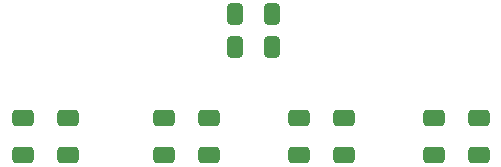
<source format=gbr>
%TF.GenerationSoftware,KiCad,Pcbnew,7.0.2*%
%TF.CreationDate,2023-05-05T15:54:23-05:00*%
%TF.ProjectId,Low-Pass-Filter-Board,4c6f772d-5061-4737-932d-46696c746572,V01*%
%TF.SameCoordinates,Original*%
%TF.FileFunction,Paste,Top*%
%TF.FilePolarity,Positive*%
%FSLAX46Y46*%
G04 Gerber Fmt 4.6, Leading zero omitted, Abs format (unit mm)*
G04 Created by KiCad (PCBNEW 7.0.2) date 2023-05-05 15:54:23*
%MOMM*%
%LPD*%
G01*
G04 APERTURE LIST*
G04 Aperture macros list*
%AMRoundRect*
0 Rectangle with rounded corners*
0 $1 Rounding radius*
0 $2 $3 $4 $5 $6 $7 $8 $9 X,Y pos of 4 corners*
0 Add a 4 corners polygon primitive as box body*
4,1,4,$2,$3,$4,$5,$6,$7,$8,$9,$2,$3,0*
0 Add four circle primitives for the rounded corners*
1,1,$1+$1,$2,$3*
1,1,$1+$1,$4,$5*
1,1,$1+$1,$6,$7*
1,1,$1+$1,$8,$9*
0 Add four rect primitives between the rounded corners*
20,1,$1+$1,$2,$3,$4,$5,0*
20,1,$1+$1,$4,$5,$6,$7,0*
20,1,$1+$1,$6,$7,$8,$9,0*
20,1,$1+$1,$8,$9,$2,$3,0*%
G04 Aperture macros list end*
%ADD10RoundRect,0.250000X-0.412500X-0.650000X0.412500X-0.650000X0.412500X0.650000X-0.412500X0.650000X0*%
%ADD11RoundRect,0.250000X-0.650000X0.412500X-0.650000X-0.412500X0.650000X-0.412500X0.650000X0.412500X0*%
G04 APERTURE END LIST*
D10*
%TO.C,C5*%
X130479000Y-92964000D03*
X133604000Y-92964000D03*
%TD*%
D11*
%TO.C,C2*%
X116332000Y-98983000D03*
X116332000Y-102108000D03*
%TD*%
%TO.C,C8*%
X139700000Y-98983000D03*
X139700000Y-102108000D03*
%TD*%
%TO.C,C10*%
X151130000Y-98983000D03*
X151130000Y-102108000D03*
%TD*%
%TO.C,C1*%
X112522000Y-98983000D03*
X112522000Y-102108000D03*
%TD*%
%TO.C,C9*%
X147320000Y-98983000D03*
X147320000Y-102108000D03*
%TD*%
D10*
%TO.C,C6*%
X130517500Y-90170000D03*
X133642500Y-90170000D03*
%TD*%
D11*
%TO.C,C3*%
X124460000Y-98983000D03*
X124460000Y-102108000D03*
%TD*%
%TO.C,C7*%
X135890000Y-98983000D03*
X135890000Y-102108000D03*
%TD*%
%TO.C,C4*%
X128270000Y-98983000D03*
X128270000Y-102108000D03*
%TD*%
M02*

</source>
